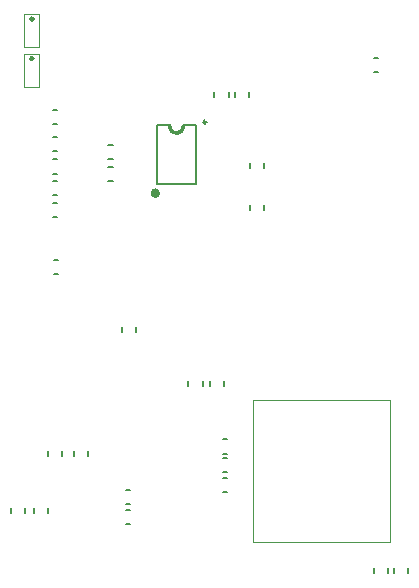
<source format=gbo>
%FSLAX25Y25*%
%MOIN*%
G70*
G01*
G75*
G04 Layer_Color=32896*
%ADD10R,0.05118X0.02165*%
%ADD11R,0.00984X0.02756*%
%ADD12R,0.02756X0.00984*%
%ADD13R,0.02756X0.01000*%
%ADD14R,0.01000X0.02756*%
%ADD15O,0.01102X0.05906*%
%ADD16O,0.05906X0.01102*%
%ADD17R,0.04331X0.02559*%
%ADD18O,0.08661X0.02362*%
%ADD19C,0.03937*%
%ADD20R,0.05118X0.05906*%
%ADD21R,0.05906X0.05118*%
%ADD22R,0.16535X0.05512*%
%ADD23R,0.09843X0.07874*%
%ADD24R,0.09055X0.01969*%
%ADD25R,0.05512X0.03543*%
%ADD26R,0.05118X0.06299*%
%ADD27R,0.07874X0.07874*%
%ADD28R,0.10630X0.06299*%
%ADD29R,0.07874X0.04724*%
%ADD30R,0.10236X0.08661*%
%ADD31C,0.00800*%
%ADD32C,0.01200*%
%ADD33C,0.01181*%
%ADD34C,0.01969*%
%ADD35C,0.01000*%
%ADD36C,0.00787*%
%ADD37C,0.02000*%
%ADD38O,0.06000X0.10000*%
G04:AMPARAMS|DCode=39|XSize=100mil|YSize=60mil|CornerRadius=0mil|HoleSize=0mil|Usage=FLASHONLY|Rotation=270.000|XOffset=0mil|YOffset=0mil|HoleType=Round|Shape=Octagon|*
%AMOCTAGOND39*
4,1,8,-0.01500,-0.05000,0.01500,-0.05000,0.03000,-0.03500,0.03000,0.03500,0.01500,0.05000,-0.01500,0.05000,-0.03000,0.03500,-0.03000,-0.03500,-0.01500,-0.05000,0.0*
%
%ADD39OCTAGOND39*%

G04:AMPARAMS|DCode=40|XSize=80mil|YSize=60mil|CornerRadius=0mil|HoleSize=0mil|Usage=FLASHONLY|Rotation=0.000|XOffset=0mil|YOffset=0mil|HoleType=Round|Shape=Octagon|*
%AMOCTAGOND40*
4,1,8,0.04000,-0.01500,0.04000,0.01500,0.02500,0.03000,-0.02500,0.03000,-0.04000,0.01500,-0.04000,-0.01500,-0.02500,-0.03000,0.02500,-0.03000,0.04000,-0.01500,0.0*
%
%ADD40OCTAGOND40*%

G04:AMPARAMS|DCode=41|XSize=31.5mil|YSize=39.37mil|CornerRadius=0mil|HoleSize=0mil|Usage=FLASHONLY|Rotation=90.000|XOffset=0mil|YOffset=0mil|HoleType=Round|Shape=Octagon|*
%AMOCTAGOND41*
4,1,8,-0.01969,-0.00787,-0.01969,0.00787,-0.01181,0.01575,0.01181,0.01575,0.01969,0.00787,0.01969,-0.00787,0.01181,-0.01575,-0.01181,-0.01575,-0.01969,-0.00787,0.0*
%
%ADD41OCTAGOND41*%

G04:AMPARAMS|DCode=42|XSize=35.43mil|YSize=47.24mil|CornerRadius=0mil|HoleSize=0mil|Usage=FLASHONLY|Rotation=90.000|XOffset=0mil|YOffset=0mil|HoleType=Round|Shape=Octagon|*
%AMOCTAGOND42*
4,1,8,-0.02362,-0.00886,-0.02362,0.00886,-0.01476,0.01772,0.01476,0.01772,0.02362,0.00886,0.02362,-0.00886,0.01476,-0.01772,-0.01476,-0.01772,-0.02362,-0.00886,0.0*
%
%ADD42OCTAGOND42*%

G04:AMPARAMS|DCode=43|XSize=80mil|YSize=60mil|CornerRadius=0mil|HoleSize=0mil|Usage=FLASHONLY|Rotation=90.000|XOffset=0mil|YOffset=0mil|HoleType=Round|Shape=Octagon|*
%AMOCTAGOND43*
4,1,8,0.01500,0.04000,-0.01500,0.04000,-0.03000,0.02500,-0.03000,-0.02500,-0.01500,-0.04000,0.01500,-0.04000,0.03000,-0.02500,0.03000,0.02500,0.01500,0.04000,0.0*
%
%ADD43OCTAGOND43*%

%ADD44C,0.02362*%
%ADD45R,0.09449X0.02913*%
%ADD46R,0.05512X0.03150*%
%ADD47R,0.05906X0.05118*%
%ADD48R,0.06890X0.02756*%
%ADD49R,0.05906X0.05906*%
%ADD50R,0.03150X0.05906*%
%ADD51R,0.06102X0.03937*%
%ADD52C,0.00984*%
%ADD53C,0.02362*%
%ADD54C,0.00600*%
%ADD55C,0.00827*%
%ADD56C,0.00394*%
%ADD57R,0.03937X0.10236*%
%ADD58R,0.05918X0.02965*%
%ADD59R,0.01784X0.03556*%
%ADD60R,0.03556X0.01784*%
%ADD61R,0.03556X0.01800*%
%ADD62R,0.01800X0.03556*%
%ADD63O,0.01902X0.06706*%
%ADD64O,0.06706X0.01902*%
%ADD65R,0.05131X0.03359*%
%ADD66O,0.09461X0.03162*%
%ADD67C,0.04737*%
%ADD68R,0.05918X0.06706*%
%ADD69R,0.06706X0.05918*%
%ADD70R,0.17335X0.06312*%
%ADD71R,0.10642X0.08674*%
%ADD72R,0.09855X0.02769*%
%ADD73R,0.06312X0.04343*%
%ADD74R,0.05918X0.07099*%
%ADD75R,0.08674X0.08674*%
%ADD76R,0.11430X0.07099*%
%ADD77R,0.08674X0.05524*%
%ADD78R,0.11036X0.09461*%
%ADD79O,0.06800X0.10800*%
G04:AMPARAMS|DCode=80|XSize=108mil|YSize=68mil|CornerRadius=0mil|HoleSize=0mil|Usage=FLASHONLY|Rotation=270.000|XOffset=0mil|YOffset=0mil|HoleType=Round|Shape=Octagon|*
%AMOCTAGOND80*
4,1,8,-0.01700,-0.05400,0.01700,-0.05400,0.03400,-0.03700,0.03400,0.03700,0.01700,0.05400,-0.01700,0.05400,-0.03400,0.03700,-0.03400,-0.03700,-0.01700,-0.05400,0.0*
%
%ADD80OCTAGOND80*%

%ADD81R,0.00800X0.00800*%
%ADD82R,0.00800X0.00800*%
G04:AMPARAMS|DCode=83|XSize=88mil|YSize=68mil|CornerRadius=0mil|HoleSize=0mil|Usage=FLASHONLY|Rotation=0.000|XOffset=0mil|YOffset=0mil|HoleType=Round|Shape=Octagon|*
%AMOCTAGOND83*
4,1,8,0.04400,-0.01700,0.04400,0.01700,0.02700,0.03400,-0.02700,0.03400,-0.04400,0.01700,-0.04400,-0.01700,-0.02700,-0.03400,0.02700,-0.03400,0.04400,-0.01700,0.0*
%
%ADD83OCTAGOND83*%

G04:AMPARAMS|DCode=84|XSize=39.5mil|YSize=47.37mil|CornerRadius=0mil|HoleSize=0mil|Usage=FLASHONLY|Rotation=90.000|XOffset=0mil|YOffset=0mil|HoleType=Round|Shape=Octagon|*
%AMOCTAGOND84*
4,1,8,-0.02369,-0.00987,-0.02369,0.00987,-0.01381,0.01975,0.01381,0.01975,0.02369,0.00987,0.02369,-0.00987,0.01381,-0.01975,-0.01381,-0.01975,-0.02369,-0.00987,0.0*
%
%ADD84OCTAGOND84*%

G04:AMPARAMS|DCode=85|XSize=43.43mil|YSize=55.24mil|CornerRadius=0mil|HoleSize=0mil|Usage=FLASHONLY|Rotation=90.000|XOffset=0mil|YOffset=0mil|HoleType=Round|Shape=Octagon|*
%AMOCTAGOND85*
4,1,8,-0.02762,-0.01086,-0.02762,0.01086,-0.01676,0.02172,0.01676,0.02172,0.02762,0.01086,0.02762,-0.01086,0.01676,-0.02172,-0.01676,-0.02172,-0.02762,-0.01086,0.0*
%
%ADD85OCTAGOND85*%

G04:AMPARAMS|DCode=86|XSize=88mil|YSize=68mil|CornerRadius=0mil|HoleSize=0mil|Usage=FLASHONLY|Rotation=90.000|XOffset=0mil|YOffset=0mil|HoleType=Round|Shape=Octagon|*
%AMOCTAGOND86*
4,1,8,0.01700,0.04400,-0.01700,0.04400,-0.03400,0.02700,-0.03400,-0.02700,-0.01700,-0.04400,0.01700,-0.04400,0.03400,-0.02700,0.03400,0.02700,0.01700,0.04400,0.0*
%
%ADD86OCTAGOND86*%

%ADD87C,0.03162*%
%ADD88R,0.10249X0.03713*%
%ADD89R,0.06312X0.03950*%
%ADD90R,0.06706X0.05918*%
%ADD91R,0.07690X0.03556*%
%ADD92R,0.06706X0.06706*%
%ADD93R,0.03950X0.06706*%
%ADD94R,0.06902X0.04737*%
%ADD95C,0.01575*%
D33*
X448051Y340209D02*
G03*
X452736Y340209I2342J0D01*
G01*
X402559Y375984D02*
G03*
X402559Y375984I-394J0D01*
G01*
Y362795D02*
G03*
X402559Y362795I-394J0D01*
G01*
D36*
X465748Y231102D02*
X467323D01*
X465748Y235827D02*
X467323D01*
X465748Y224802D02*
X467322D01*
X465748Y229526D02*
X467322D01*
X465748Y218307D02*
X467323D01*
X465748Y223031D02*
X467323D01*
X443894Y340551D02*
X448051D01*
X446850Y320866D02*
X453937D01*
X409055Y340945D02*
X410630D01*
X409055Y345669D02*
X410630D01*
X409055Y322047D02*
X410630D01*
X409055Y317323D02*
X410630D01*
X409055Y314764D02*
X410630D01*
X409055Y310039D02*
X410630D01*
X427559Y333858D02*
X429134D01*
X427559Y329134D02*
X429134D01*
X409055Y336614D02*
X410630D01*
X409055Y331890D02*
X410630D01*
X427559Y326772D02*
X429134D01*
X427559Y322047D02*
X429134D01*
X409055Y329134D02*
X410630D01*
X409055Y324410D02*
X410630D01*
X409449Y290945D02*
X411024D01*
X409449Y295669D02*
X411024D01*
X469882Y350000D02*
Y351575D01*
X474606Y350000D02*
Y351575D01*
X467728Y349929D02*
Y351504D01*
X463004Y349929D02*
Y351504D01*
X416142Y230315D02*
Y231890D01*
X420866Y230315D02*
Y231890D01*
X407480Y211417D02*
Y212992D01*
X402756Y211417D02*
Y212992D01*
X407480Y230315D02*
Y231890D01*
X412205Y230315D02*
Y231890D01*
X433465Y212205D02*
X435039D01*
X433465Y207480D02*
X435039D01*
X433465Y218898D02*
X435039D01*
X433465Y214173D02*
X435039D01*
X479528Y326378D02*
Y327953D01*
X474803Y326378D02*
Y327953D01*
X479528Y312205D02*
Y313779D01*
X474803Y312205D02*
Y313779D01*
X466142Y253543D02*
Y255118D01*
X461417Y253543D02*
Y255118D01*
X459055Y253543D02*
Y255118D01*
X454331Y253543D02*
Y255118D01*
X437008Y271654D02*
Y273228D01*
X432283Y271654D02*
Y273228D01*
X527559Y191339D02*
Y192913D01*
X522835Y191339D02*
Y192913D01*
X520866Y191339D02*
Y192913D01*
X516142Y191339D02*
Y192913D01*
X400000Y211417D02*
Y212992D01*
X395276Y211417D02*
Y212992D01*
X516142Y358268D02*
X517717D01*
X516142Y362992D02*
X517717D01*
D52*
X460335Y341555D02*
G03*
X460335Y341555I-492J0D01*
G01*
D55*
X453937Y320866D02*
X456894D01*
Y340551D01*
X452736D02*
X456894D01*
X443894Y320866D02*
Y340551D01*
Y320866D02*
X446850D01*
D56*
X399409Y372047D02*
Y377559D01*
X404528D01*
Y372047D02*
Y377559D01*
Y366535D02*
Y372047D01*
X399409Y366535D02*
X404528D01*
X399409D02*
Y372047D01*
Y358858D02*
Y364370D01*
X404528D01*
Y358858D02*
Y364370D01*
Y353346D02*
Y358858D01*
X399409Y353346D02*
X404528D01*
X399409D02*
Y358858D01*
X475787Y248819D02*
X521260D01*
X475787Y201772D02*
X521457D01*
Y248819D01*
X475787Y201772D02*
Y248819D01*
D95*
X444095Y317874D02*
G03*
X444095Y317874I-787J0D01*
G01*
M02*

</source>
